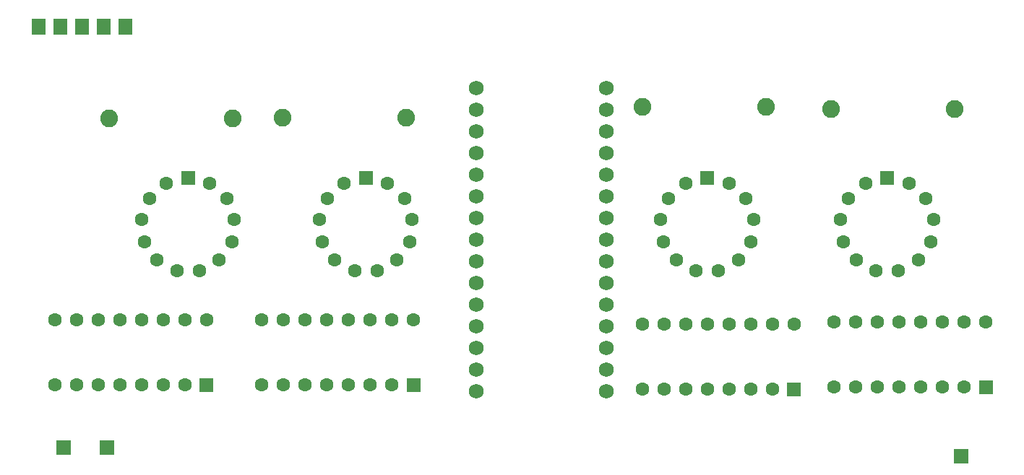
<source format=gts>
G04 Layer: TopSolderMaskLayer*
G04 EasyEDA v6.4.16, 2021-07-30T14:07:32--5:00*
G04 5f12effaa85148b9a48170333d93dde8,a06e18dc318348aaad0c553491c65e39,10*
G04 Gerber Generator version 0.2*
G04 Scale: 100 percent, Rotated: No, Reflected: No *
G04 Dimensions in inches *
G04 leading zeros omitted , absolute positions ,3 integer and 6 decimal *
%FSLAX36Y36*%
%MOIN*%

%ADD30C,0.0820*%
%ADD32C,0.0631*%
%ADD33R,0.0660X0.0660*%
%ADD36C,0.0630*%
%ADD37C,0.0680*%

%LPD*%
D30*
G01*
X1340429Y2575000D03*
G01*
X769570Y2575000D03*
G01*
X2140429Y2580000D03*
G01*
X1569570Y2580000D03*
G01*
X3229570Y2630000D03*
G01*
X3800429Y2630000D03*
G01*
X4099570Y2620000D03*
G01*
X4670429Y2620000D03*
G36*
X3498400Y2268400D02*
G01*
X3498400Y2331599D01*
X3561599Y2331599D01*
X3561599Y2268400D01*
G37*
D32*
G01*
X3630000Y2275000D03*
G01*
X3708000Y2206999D03*
G01*
X3743999Y2109000D03*
G01*
X3731999Y2006999D03*
G01*
X3673000Y1921999D03*
G01*
X3581999Y1874000D03*
G01*
X3478000Y1874000D03*
G01*
X3386999Y1921999D03*
G01*
X3328000Y2006999D03*
G01*
X3316000Y2110000D03*
G01*
X3351999Y2206999D03*
G01*
X3430000Y2275000D03*
G36*
X1103400Y2268400D02*
G01*
X1103400Y2331599D01*
X1166599Y2331599D01*
X1166599Y2268400D01*
G37*
G01*
X1235000Y2275000D03*
G01*
X1313000Y2206999D03*
G01*
X1348999Y2109000D03*
G01*
X1336999Y2006999D03*
G01*
X1278000Y1921999D03*
G01*
X1186999Y1874000D03*
G01*
X1083000Y1874000D03*
G01*
X991999Y1921999D03*
G01*
X933000Y2006999D03*
G01*
X921000Y2110000D03*
G01*
X956999Y2206999D03*
G01*
X1035000Y2275000D03*
G36*
X1923400Y2268400D02*
G01*
X1923400Y2331599D01*
X1986599Y2331599D01*
X1986599Y2268400D01*
G37*
G01*
X2055000Y2275000D03*
G01*
X2133000Y2206999D03*
G01*
X2168999Y2109000D03*
G01*
X2156999Y2006999D03*
G01*
X2098000Y1921999D03*
G01*
X2006999Y1874000D03*
G01*
X1903000Y1874000D03*
G01*
X1811999Y1921999D03*
G01*
X1753000Y2006999D03*
G01*
X1741000Y2110000D03*
G01*
X1776999Y2206999D03*
G01*
X1855000Y2275000D03*
D33*
G01*
X760000Y1055000D03*
G01*
X560000Y1055000D03*
G01*
X4700000Y1015000D03*
G36*
X813199Y2962600D02*
G01*
X813199Y3037399D01*
X876800Y3037399D01*
X876800Y2962600D01*
G37*
G36*
X713200Y2962600D02*
G01*
X713200Y3037399D01*
X776800Y3037399D01*
X776800Y2962600D01*
G37*
G36*
X613200Y2962600D02*
G01*
X613200Y3037399D01*
X676799Y3037399D01*
X676799Y2962600D01*
G37*
G36*
X513200Y2962600D02*
G01*
X513200Y3037399D01*
X576799Y3037399D01*
X576799Y2962600D01*
G37*
G36*
X413200Y2962600D02*
G01*
X413200Y3037399D01*
X476799Y3037399D01*
X476799Y2962600D01*
G37*
G36*
X4783500Y1303499D02*
G01*
X4783500Y1366500D01*
X4846499Y1366500D01*
X4846499Y1303499D01*
G37*
D36*
G01*
X4715000Y1335000D03*
G01*
X4615000Y1335000D03*
G01*
X4515000Y1335000D03*
G01*
X4415000Y1335000D03*
G01*
X4315000Y1335000D03*
G01*
X4215000Y1335000D03*
G01*
X4115000Y1335000D03*
G01*
X4115000Y1635000D03*
G01*
X4215000Y1635000D03*
G01*
X4315000Y1635000D03*
G01*
X4415000Y1635000D03*
G01*
X4515000Y1635000D03*
G01*
X4615000Y1635000D03*
G01*
X4715000Y1635000D03*
G01*
X4815000Y1635000D03*
G36*
X3898500Y1293499D02*
G01*
X3898500Y1356500D01*
X3961499Y1356500D01*
X3961499Y1293499D01*
G37*
G01*
X3830000Y1325000D03*
G01*
X3730000Y1325000D03*
G01*
X3630000Y1325000D03*
G01*
X3530000Y1325000D03*
G01*
X3430000Y1325000D03*
G01*
X3330000Y1325000D03*
G01*
X3230000Y1325000D03*
G01*
X3230000Y1625000D03*
G01*
X3330000Y1625000D03*
G01*
X3430000Y1625000D03*
G01*
X3530000Y1625000D03*
G01*
X3630000Y1625000D03*
G01*
X3730000Y1625000D03*
G01*
X3830000Y1625000D03*
G01*
X3930000Y1625000D03*
G36*
X2143500Y1313499D02*
G01*
X2143500Y1376500D01*
X2206499Y1376500D01*
X2206499Y1313499D01*
G37*
G01*
X2075000Y1345000D03*
G01*
X1975000Y1345000D03*
G01*
X1875000Y1345000D03*
G01*
X1775000Y1345000D03*
G01*
X1675000Y1345000D03*
G01*
X1575000Y1345000D03*
G01*
X1475000Y1345000D03*
G01*
X1475000Y1645000D03*
G01*
X1575000Y1645000D03*
G01*
X1675000Y1645000D03*
G01*
X1775000Y1645000D03*
G01*
X1875000Y1645000D03*
G01*
X1975000Y1645000D03*
G01*
X2075000Y1645000D03*
G01*
X2175000Y1645000D03*
G36*
X1188500Y1313499D02*
G01*
X1188500Y1376500D01*
X1251499Y1376500D01*
X1251499Y1313499D01*
G37*
G01*
X1120000Y1345000D03*
G01*
X1020000Y1345000D03*
G01*
X920000Y1345000D03*
G01*
X820000Y1345000D03*
G01*
X720000Y1345000D03*
G01*
X620000Y1345000D03*
G01*
X520000Y1345000D03*
G01*
X520000Y1645000D03*
G01*
X620000Y1645000D03*
G01*
X720000Y1645000D03*
G01*
X820000Y1645000D03*
G01*
X920000Y1645000D03*
G01*
X1020000Y1645000D03*
G01*
X1120000Y1645000D03*
G01*
X1220000Y1645000D03*
D37*
G01*
X3065000Y2715000D03*
G01*
X3065000Y2615000D03*
G01*
X3065000Y2515000D03*
G01*
X3065000Y2415000D03*
G01*
X3065000Y2315000D03*
G01*
X3065000Y2215000D03*
G01*
X3065000Y2115000D03*
G01*
X3065000Y2015000D03*
G01*
X3065000Y1915000D03*
G01*
X3065000Y1815000D03*
G01*
X3065000Y1715000D03*
G01*
X3065000Y1615000D03*
G01*
X3065000Y1515000D03*
G01*
X3065000Y1415000D03*
G01*
X3065000Y1315000D03*
G01*
X2465000Y1315000D03*
G01*
X2465000Y1415000D03*
G01*
X2465000Y1515000D03*
G01*
X2465000Y1615000D03*
G01*
X2465000Y1715000D03*
G01*
X2465000Y1815000D03*
G01*
X2465000Y1915000D03*
G01*
X2465000Y2015000D03*
G01*
X2465000Y2115000D03*
G01*
X2465000Y2215000D03*
G01*
X2465000Y2315000D03*
G01*
X2465000Y2415000D03*
G01*
X2465000Y2515000D03*
G01*
X2465000Y2615000D03*
G01*
X2465000Y2715000D03*
G36*
X4328400Y2268400D02*
G01*
X4328400Y2331599D01*
X4391599Y2331599D01*
X4391599Y2268400D01*
G37*
D32*
G01*
X4460000Y2275000D03*
G01*
X4538000Y2206999D03*
G01*
X4573999Y2109000D03*
G01*
X4561999Y2006999D03*
G01*
X4503000Y1921999D03*
G01*
X4411999Y1874000D03*
G01*
X4308000Y1874000D03*
G01*
X4216999Y1921999D03*
G01*
X4158000Y2006999D03*
G01*
X4146000Y2110000D03*
G01*
X4181999Y2206999D03*
G01*
X4260000Y2275000D03*
M02*

</source>
